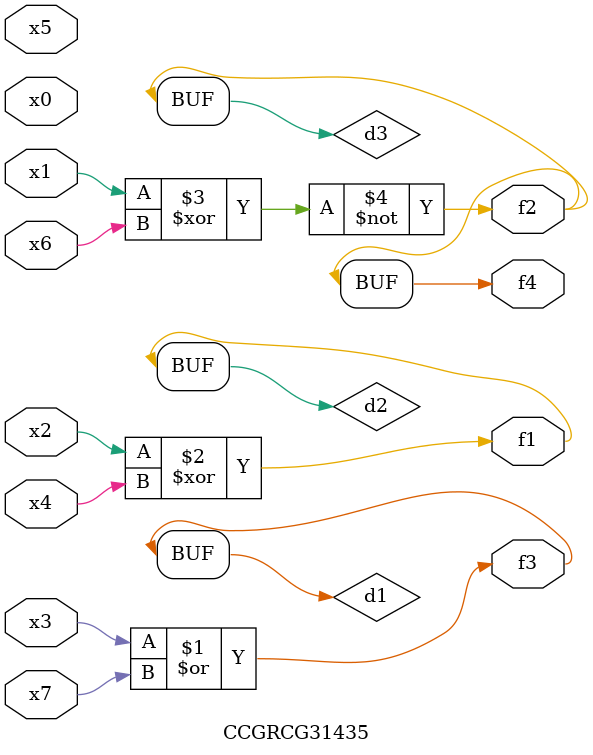
<source format=v>
module CCGRCG31435(
	input x0, x1, x2, x3, x4, x5, x6, x7,
	output f1, f2, f3, f4
);

	wire d1, d2, d3;

	or (d1, x3, x7);
	xor (d2, x2, x4);
	xnor (d3, x1, x6);
	assign f1 = d2;
	assign f2 = d3;
	assign f3 = d1;
	assign f4 = d3;
endmodule

</source>
